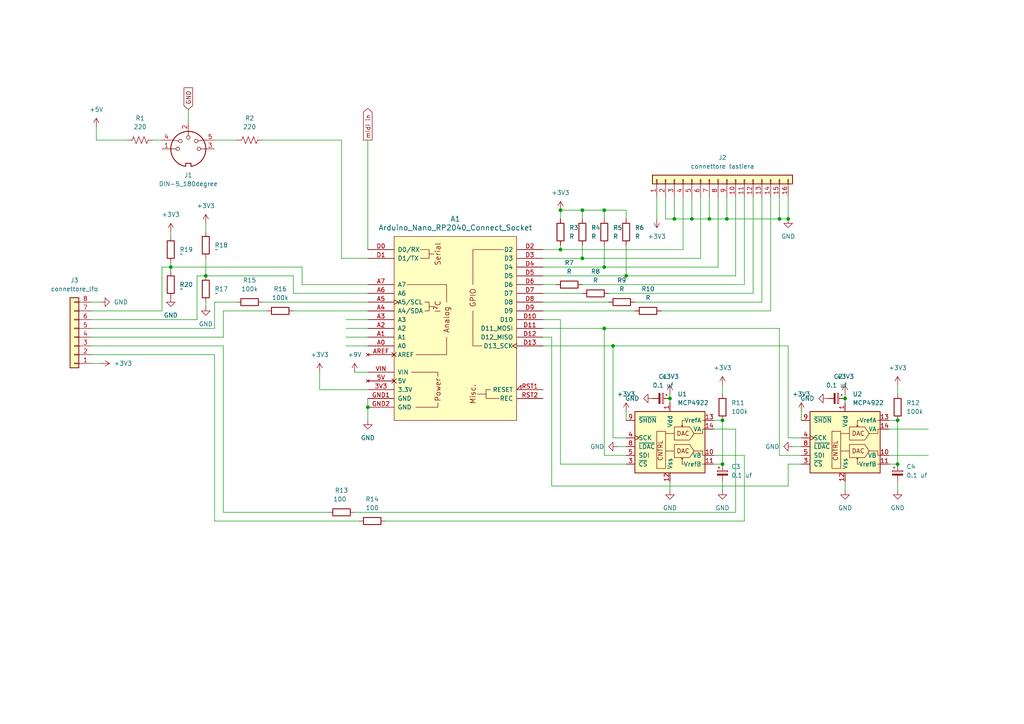
<source format=kicad_sch>
(kicad_sch (version 20230121) (generator eeschema)
  (paper "A4")
  (lib_symbols
    (symbol "Analog_DAC:MCP4922" (pin_names (offset 1.016))
      (property "Reference" "U" (at -1.905 10.795 0))
      (property "Value" "MCP4922" (at -1.905 8.89 0))
      (symbol "MCP4922_0_0"
        (polyline (pts (xy 3.556 -5.842) (xy 3.302 -6.096)))
        (polyline (pts (xy 3.556 -5.842) (xy 3.81 -6.096)))
        (polyline (pts (xy 3.556 3.302) (xy 3.302 3.556)))
        (polyline (pts (xy 3.556 3.302) (xy 3.81 3.556)))
        (polyline (pts (xy 10.16 -7.62) (xy 9.398 -7.62)))
        (polyline (pts (xy 10.16 5.08) (xy 9.398 5.08)))
        (polyline (pts (xy 4.064 -7.62) (xy 3.556 -7.62) (xy 3.556 -5.842)))
        (polyline (pts (xy 4.318 5.08) (xy 3.556 5.08) (xy 3.556 3.302)))
        (polyline (pts (xy 6.985 -3.81) (xy 9.525 -3.81) (xy 9.525 -5.08) (xy 10.16 -5.08)))
        (polyline (pts (xy 6.985 1.27) (xy 9.525 1.27) (xy 9.525 2.54) (xy 10.16 2.54)))
        (text "CNTRL" (at -2.032 -6.731 900) (effects (font (size 1.27 1.27)) (justify left bottom)))
        (text "DAC" (at 3.81 -3.81 0) (effects (font (size 1.27 1.27))))
        (text "DAC" (at 3.81 1.27 0) (effects (font (size 1.27 1.27))))
      )
      (symbol "MCP4922_0_1"
        (rectangle (start -10.16 7.62) (end 10.16 -10.16) (stroke (width 0.254)) (fill (type background)))
        (rectangle (start -1.27 -8.89) (end -3.81 1.905))
        (polyline (pts (xy 1.27 -3.81) (xy -1.27 -3.81)))
        (polyline (pts (xy 1.27 1.27) (xy -1.27 1.27)))
        (polyline (pts (xy 6.985 -3.81) (xy 5.715 -1.905) (xy 1.27 -1.905) (xy 1.27 -5.715) (xy 5.715 -5.715) (xy 6.985 -3.81)))
        (polyline (pts (xy 6.985 1.27) (xy 5.715 3.175) (xy 1.27 3.175) (xy 1.27 -0.635) (xy 5.715 -0.635) (xy 6.985 1.27)))
      )
      (symbol "MCP4922_1_1"
        (pin power_in line (at 0 10.16 270) (length 2.54) (name "Vdd") (number "1"))
        (pin output line (at 12.7 -5.08 180) (length 2.54) (name "VB") (number "10"))
        (pin input line (at 12.7 -7.62 180) (length 2.54) (name "VrefB") (number "11"))
        (pin power_in line (at 0 -12.7 90) (length 2.54) (name "Vss") (number "12"))
        (pin input line (at 12.7 5.08 180) (length 2.54) (name "VrefA") (number "13"))
        (pin output line (at 12.7 2.54 180) (length 2.54) (name "VA") (number "14"))
        (pin no_connect line (at -7.62 -10.16 90) (length 2.54) hide (name "NC") (number "2"))
        (pin input line (at -12.7 -7.62 0) (length 2.54) (name "~{CS}") (number "3"))
        (pin input clock (at -12.7 0 0) (length 2.54) (name "SCK") (number "4"))
        (pin input line (at -12.7 -5.08 0) (length 2.54) (name "SDI") (number "5"))
        (pin no_connect line (at -5.08 -10.16 90) (length 2.54) hide (name "NC") (number "6"))
        (pin no_connect line (at -2.54 -10.16 90) (length 2.54) hide (name "NC") (number "7"))
        (pin input line (at -12.7 -2.54 0) (length 2.54) (name "~{LDAC}") (number "8"))
        (pin output line (at -12.7 5.08 0) (length 2.54) (name "~{SHDN}") (number "9"))
      )
    )
    (symbol "Connector:DIN-5_180degree" (pin_names (offset 1.016))
      (property "Reference" "J" (at 3.175 5.715 0))
      (property "Value" "DIN-5_180degree" (at 0 -6.35 0))
      (symbol "DIN-5_180degree_0_1"
        (arc (start -5.08 0) (mid -3.8609 -3.3364) (end -0.762 -5.08) (stroke (width 0.254)))
        (circle (center -3.048 0) (radius 0.508))
        (circle (center -2.286 2.286) (radius 0.508))
        (polyline (pts (xy -5.08 0) (xy -3.556 0)))
        (polyline (pts (xy 0 5.08) (xy 0 3.81)))
        (polyline (pts (xy 5.08 0) (xy 3.556 0)))
        (polyline (pts (xy -5.08 2.54) (xy -4.318 2.54) (xy -2.794 2.286)))
        (polyline (pts (xy 5.08 2.54) (xy 4.318 2.54) (xy 2.794 2.286)))
        (polyline (pts (xy -0.762 -4.953) (xy -0.762 -4.191) (xy 0.762 -4.191) (xy 0.762 -4.953)) (stroke (width 0.254)))
        (circle (center 0 3.302) (radius 0.508))
        (arc (start 0.762 -5.08) (mid 3.8685 -3.343) (end 5.08 0) (stroke (width 0.254)))
        (circle (center 2.286 2.286) (radius 0.508))
        (circle (center 3.048 0) (radius 0.508))
        (arc (start 5.08 0) (mid 0 5.0579) (end -5.08 0) (stroke (width 0.254)))
      )
      (symbol "DIN-5_180degree_1_1"
        (pin passive line (at -7.62 0 0) (length 2.54) (name "~") (number "1"))
        (pin passive line (at 0 7.62 270) (length 2.54) (name "~") (number "2"))
        (pin passive line (at 7.62 0 180) (length 2.54) (name "~") (number "3"))
        (pin passive line (at -7.62 2.54 0) (length 2.54) (name "~") (number "4"))
        (pin passive line (at 7.62 2.54 180) (length 2.54) (name "~") (number "5"))
      )
    )
    (symbol "Connector_Generic:Conn_01x08" (pin_names (offset 1.016) hide)
      (property "Reference" "J" (at 0 10.16 0))
      (property "Value" "Conn_01x08" (at 0 -12.7 0))
      (symbol "Conn_01x08_1_1"
        (rectangle (start -1.27 -10.033) (end 0 -10.287) (stroke (width 0.1524)))
        (rectangle (start -1.27 -7.493) (end 0 -7.747) (stroke (width 0.1524)))
        (rectangle (start -1.27 -4.953) (end 0 -5.207) (stroke (width 0.1524)))
        (rectangle (start -1.27 -2.413) (end 0 -2.667) (stroke (width 0.1524)))
        (rectangle (start -1.27 0.127) (end 0 -0.127) (stroke (width 0.1524)))
        (rectangle (start -1.27 2.667) (end 0 2.413) (stroke (width 0.1524)))
        (rectangle (start -1.27 5.207) (end 0 4.953) (stroke (width 0.1524)))
        (rectangle (start -1.27 7.747) (end 0 7.493) (stroke (width 0.1524)))
        (rectangle (start -1.27 8.89) (end 1.27 -11.43) (stroke (width 0.254)) (fill (type background)))
        (pin passive line (at -5.08 7.62 0) (length 3.81) (name "Pin_1") (number "1"))
        (pin passive line (at -5.08 5.08 0) (length 3.81) (name "Pin_2") (number "2"))
        (pin passive line (at -5.08 2.54 0) (length 3.81) (name "Pin_3") (number "3"))
        (pin passive line (at -5.08 0 0) (length 3.81) (name "Pin_4") (number "4"))
        (pin passive line (at -5.08 -2.54 0) (length 3.81) (name "Pin_5") (number "5"))
        (pin passive line (at -5.08 -5.08 0) (length 3.81) (name "Pin_6") (number "6"))
        (pin passive line (at -5.08 -7.62 0) (length 3.81) (name "Pin_7") (number "7"))
        (pin passive line (at -5.08 -10.16 0) (length 3.81) (name "Pin_8") (number "8"))
      )
    )
    (symbol "Connector_Generic:Conn_01x16" (pin_names (offset 1.016) hide)
      (property "Reference" "J" (at 0 20.32 0))
      (property "Value" "Conn_01x16" (at 0 -22.86 0))
      (symbol "Conn_01x16_1_1"
        (rectangle (start -1.27 -20.193) (end 0 -20.447) (stroke (width 0.1524)))
        (rectangle (start -1.27 -17.653) (end 0 -17.907) (stroke (width 0.1524)))
        (rectangle (start -1.27 -15.113) (end 0 -15.367) (stroke (width 0.1524)))
        (rectangle (start -1.27 -12.573) (end 0 -12.827) (stroke (width 0.1524)))
        (rectangle (start -1.27 -10.033) (end 0 -10.287) (stroke (width 0.1524)))
        (rectangle (start -1.27 -7.493) (end 0 -7.747) (stroke (width 0.1524)))
        (rectangle (start -1.27 -4.953) (end 0 -5.207) (stroke (width 0.1524)))
        (rectangle (start -1.27 -2.413) (end 0 -2.667) (stroke (width 0.1524)))
        (rectangle (start -1.27 0.127) (end 0 -0.127) (stroke (width 0.1524)))
        (rectangle (start -1.27 2.667) (end 0 2.413) (stroke (width 0.1524)))
        (rectangle (start -1.27 5.207) (end 0 4.953) (stroke (width 0.1524)))
        (rectangle (start -1.27 7.747) (end 0 7.493) (stroke (width 0.1524)))
        (rectangle (start -1.27 10.287) (end 0 10.033) (stroke (width 0.1524)))
        (rectangle (start -1.27 12.827) (end 0 12.573) (stroke (width 0.1524)))
        (rectangle (start -1.27 15.367) (end 0 15.113) (stroke (width 0.1524)))
        (rectangle (start -1.27 17.907) (end 0 17.653) (stroke (width 0.1524)))
        (rectangle (start -1.27 19.05) (end 1.27 -21.59) (stroke (width 0.254)) (fill (type background)))
        (pin passive line (at -5.08 17.78 0) (length 3.81) (name "Pin_1") (number "1"))
        (pin passive line (at -5.08 -5.08 0) (length 3.81) (name "Pin_10") (number "10"))
        (pin passive line (at -5.08 -7.62 0) (length 3.81) (name "Pin_11") (number "11"))
        (pin passive line (at -5.08 -10.16 0) (length 3.81) (name "Pin_12") (number "12"))
        (pin passive line (at -5.08 -12.7 0) (length 3.81) (name "Pin_13") (number "13"))
        (pin passive line (at -5.08 -15.24 0) (length 3.81) (name "Pin_14") (number "14"))
        (pin passive line (at -5.08 -17.78 0) (length 3.81) (name "Pin_15") (number "15"))
        (pin passive line (at -5.08 -20.32 0) (length 3.81) (name "Pin_16") (number "16"))
        (pin passive line (at -5.08 15.24 0) (length 3.81) (name "Pin_2") (number "2"))
        (pin passive line (at -5.08 12.7 0) (length 3.81) (name "Pin_3") (number "3"))
        (pin passive line (at -5.08 10.16 0) (length 3.81) (name "Pin_4") (number "4"))
        (pin passive line (at -5.08 7.62 0) (length 3.81) (name "Pin_5") (number "5"))
        (pin passive line (at -5.08 5.08 0) (length 3.81) (name "Pin_6") (number "6"))
        (pin passive line (at -5.08 2.54 0) (length 3.81) (name "Pin_7") (number "7"))
        (pin passive line (at -5.08 0 0) (length 3.81) (name "Pin_8") (number "8"))
        (pin passive line (at -5.08 -2.54 0) (length 3.81) (name "Pin_9") (number "9"))
      )
    )
    (symbol "Device:C_Polarized_Small" (pin_numbers hide) (pin_names (offset 0.254) hide)
      (property "Reference" "C" (at 0.254 1.778 0))
      (property "Value" "C_Polarized_Small" (at 0.254 -2.032 0))
      (symbol "C_Polarized_Small_0_1"
        (rectangle (start -1.524 -0.3048) (end 1.524 -0.6858) (fill (type outline)))
        (rectangle (start -1.524 0.6858) (end 1.524 0.3048))
        (polyline (pts (xy -1.27 1.524) (xy -0.762 1.524)))
        (polyline (pts (xy -1.016 1.27) (xy -1.016 1.778)))
      )
      (symbol "C_Polarized_Small_1_1"
        (pin passive line (at 0 2.54 270) (length 1.8542) (name "~") (number "1"))
        (pin passive line (at 0 -2.54 90) (length 1.8542) (name "~") (number "2"))
      )
    )
    (symbol "Device:R" (pin_numbers hide) (pin_names (offset 0))
      (property "Reference" "R" (at 2.032 0 90))
      (property "Value" "R" (at 0 0 90))
      (symbol "R_0_1"
        (rectangle (start -1.016 -2.54) (end 1.016 2.54) (stroke (width 0.254)))
      )
      (symbol "R_1_1"
        (pin passive line (at 0 3.81 270) (length 1.27) (name "~") (number "1"))
        (pin passive line (at 0 -3.81 90) (length 1.27) (name "~") (number "2"))
      )
    )
    (symbol "Device:R_US" (pin_numbers hide) (pin_names (offset 0))
      (property "Reference" "R" (at 2.54 0 90))
      (property "Value" "R_US" (at -2.54 0 90))
      (symbol "R_US_0_1"
        (polyline (pts (xy 0 -2.286) (xy 0 -2.54)))
        (polyline (pts (xy 0 2.286) (xy 0 2.54)))
        (polyline (pts (xy 0 -0.762) (xy 1.016 -1.143) (xy 0 -1.524) (xy -1.016 -1.905) (xy 0 -2.286)))
        (polyline (pts (xy 0 0.762) (xy 1.016 0.381) (xy 0 0) (xy -1.016 -0.381) (xy 0 -0.762)))
        (polyline (pts (xy 0 2.286) (xy 1.016 1.905) (xy 0 1.524) (xy -1.016 1.143) (xy 0 0.762)))
      )
      (symbol "R_US_1_1"
        (pin passive line (at 0 3.81 270) (length 1.27) (name "~") (number "1"))
        (pin passive line (at 0 -3.81 90) (length 1.27) (name "~") (number "2"))
      )
    )
    (symbol "PCM_arduino-library:Arduino_Nano_RP2040_Connect_Socket" (pin_names (offset 1.016))
      (property "Reference" "A" (at 0 33.02 0))
      (property "Value" "Arduino_Nano_RP2040_Connect_Socket" (at 0 29.21 0))
      (symbol "Arduino_Nano_RP2040_Connect_Socket_0_0"
        (rectangle (start -17.78 26.67) (end 17.78 -26.67) (fill (type background)))
        (polyline (pts (xy -7.62 6.35) (xy -6.35 6.35)))
        (polyline (pts (xy -7.62 21.59) (xy -6.35 21.59)))
        (polyline (pts (xy 8.89 -19.05) (xy 6.35 -19.05)))
        (polyline (pts (xy -11.43 -22.86) (xy -5.08 -22.86) (xy -5.08 -21.59)))
        (polyline (pts (xy -5.08 -13.97) (xy -5.08 -12.7) (xy -12.7 -12.7)))
        (polyline (pts (xy -10.16 22.86) (xy -7.62 22.86) (xy -7.62 20.32) (xy -10.16 20.32)))
        (polyline (pts (xy -8.89 7.62) (xy -7.62 7.62) (xy -7.62 5.08) (xy -8.89 5.08)))
        (text "Analog" (at -2.54 2.54 900) (effects (font (size 1.524 1.524))))
        (text "I²C" (at -5.08 6.35 900) (effects (font (size 1.524 1.524))))
        (text "Misc." (at 5.08 -19.05 900) (effects (font (size 1.524 1.524))))
        (text "Power" (at -5.08 -17.78 900) (effects (font (size 1.524 1.524))))
        (text "Serial" (at -5.08 21.59 900) (effects (font (size 1.524 1.524))))
      )
      (symbol "Arduino_Nano_RP2040_Connect_Socket_0_1"
        (polyline (pts (xy -13.97 12.7) (xy -2.54 12.7) (xy -2.54 7.62)))
        (polyline (pts (xy -11.43 -7.62) (xy -2.54 -7.62) (xy -2.54 -2.54)))
        (polyline (pts (xy 7.62 -5.08) (xy 5.08 -5.08) (xy 5.08 5.08)))
        (polyline (pts (xy 13.97 22.86) (xy 5.08 22.86) (xy 5.08 12.7)))
        (polyline (pts (xy 10.16 -17.78) (xy 8.89 -17.78) (xy 8.89 -20.32) (xy 12.7 -20.32)))
      )
      (symbol "Arduino_Nano_RP2040_Connect_Socket_1_0"
        (text "GPIO" (at 5.08 8.89 900) (effects (font (size 1.524 1.524))))
      )
      (symbol "Arduino_Nano_RP2040_Connect_Socket_1_1"
        (pin power_in line (at -25.4 -17.78 0) (length 7.62) (name "3.3V") (number "3V3"))
        (pin no_connect non_logic (at -25.4 -15.24 0) (length 7.62) (name "5V") (number "5V"))
        (pin bidirectional line (at -25.4 -5.08 0) (length 7.62) (name "A0") (number "A0"))
        (pin bidirectional line (at -25.4 -2.54 0) (length 7.62) (name "A1") (number "A1"))
        (pin bidirectional line (at -25.4 0 0) (length 7.62) (name "A2") (number "A2"))
        (pin bidirectional line (at -25.4 2.54 0) (length 7.62) (name "A3") (number "A3"))
        (pin bidirectional line (at -25.4 5.08 0) (length 7.62) (name "A4/SDA") (number "A4"))
        (pin bidirectional clock (at -25.4 7.62 0) (length 7.62) (name "A5/SCL") (number "A5"))
        (pin input line (at -25.4 10.16 0) (length 7.62) (name "A6") (number "A6"))
        (pin input line (at -25.4 12.7 0) (length 7.62) (name "A7") (number "A7"))
        (pin no_connect non_logic (at -25.4 -7.62 0) (length 7.62) (name "AREF") (number "AREF"))
        (pin bidirectional line (at -25.4 22.86 0) (length 7.62) (name "D0/RX") (number "D0"))
        (pin bidirectional line (at -25.4 20.32 0) (length 7.62) (name "D1/TX") (number "D1"))
        (pin bidirectional line (at 25.4 2.54 180) (length 7.62) (name "D10") (number "D10"))
        (pin bidirectional line (at 25.4 0 180) (length 7.62) (name "D11_MOSI") (number "D11"))
        (pin bidirectional line (at 25.4 -2.54 180) (length 7.62) (name "D12_MISO") (number "D12"))
        (pin bidirectional clock (at 25.4 -5.08 180) (length 7.62) (name "D13_SCK") (number "D13"))
        (pin bidirectional line (at 25.4 22.86 180) (length 7.62) (name "D2") (number "D2"))
        (pin bidirectional line (at 25.4 20.32 180) (length 7.62) (name "D3") (number "D3"))
        (pin bidirectional line (at 25.4 17.78 180) (length 7.62) (name "D4") (number "D4"))
        (pin bidirectional line (at 25.4 15.24 180) (length 7.62) (name "D5") (number "D5"))
        (pin bidirectional line (at 25.4 12.7 180) (length 7.62) (name "D6") (number "D6"))
        (pin bidirectional line (at 25.4 10.16 180) (length 7.62) (name "D7") (number "D7"))
        (pin bidirectional line (at 25.4 7.62 180) (length 7.62) (name "D8") (number "D8"))
        (pin bidirectional line (at 25.4 5.08 180) (length 7.62) (name "D9") (number "D9"))
        (pin power_in line (at -25.4 -20.32 0) (length 7.62) (name "GND") (number "GND1"))
        (pin power_in line (at -25.4 -22.86 0) (length 7.62) (name "GND") (number "GND2"))
        (pin open_collector input_low (at 25.4 -17.78 180) (length 7.62) (name "RESET") (number "RST1"))
        (pin bidirectional line (at 25.4 -20.32 180) (length 7.62) (name "REC") (number "RST2"))
        (pin power_in line (at -25.4 -12.7 0) (length 7.62) (name "VIN") (number "VIN"))
      )
    )
    (symbol "power:+3V3" (power) (pin_names (offset 0))
      (property "Value" "+3V3" (at 0 3.556 0))
      (symbol "+3V3_0_1"
        (polyline (pts (xy -0.762 1.27) (xy 0 2.54)))
        (polyline (pts (xy 0 0) (xy 0 2.54)))
        (polyline (pts (xy 0 2.54) (xy 0.762 1.27)))
      )
      (symbol "+3V3_1_1"
        (pin power_in line (at 0 0 90) (length 0) hide (name "+3V3") (number "1"))
      )
    )
    (symbol "power:+5V" (power) (pin_names (offset 0))
      (property "Value" "+5V" (at 0 3.556 0))
      (symbol "+5V_0_1"
        (polyline (pts (xy -0.762 1.27) (xy 0 2.54)))
        (polyline (pts (xy 0 0) (xy 0 2.54)))
        (polyline (pts (xy 0 2.54) (xy 0.762 1.27)))
      )
      (symbol "+5V_1_1"
        (pin power_in line (at 0 0 90) (length 0) hide (name "+5V") (number "1"))
      )
    )
    (symbol "power:+9V" (power) (pin_names (offset 0))
      (property "Value" "+9V" (at 0 3.556 0))
      (symbol "+9V_0_1"
        (polyline (pts (xy -0.762 1.27) (xy 0 2.54)))
        (polyline (pts (xy 0 0) (xy 0 2.54)))
        (polyline (pts (xy 0 2.54) (xy 0.762 1.27)))
      )
      (symbol "+9V_1_1"
        (pin power_in line (at 0 0 90) (length 0) hide (name "+9V") (number "1"))
      )
    )
    (symbol "power:GND" (power) (pin_names (offset 0))
      (property "Value" "GND" (at 0 -3.81 0))
      (symbol "GND_0_1"
        (polyline (pts (xy 0 0) (xy 0 -1.27) (xy 1.27 -1.27) (xy 0 -2.54) (xy -1.27 -1.27) (xy 0 -1.27)))
      )
      (symbol "GND_1_1"
        (pin power_in line (at 0 0 270) (length 0) hide (name "GND") (number "1"))
      )
    )
  )
  (junction (at 168.91 60.96))
  (junction (at 181.61 80.01))
  (junction (at 106.68 118.11))
  (junction (at 245.11 115.57))
  (junction (at 177.8 100.33))
  (junction (at 209.55 121.92))
  (junction (at 49.53 77.47))
  (junction (at 175.26 77.47))
  (junction (at 260.35 134.62))
  (junction (at 175.26 60.96))
  (junction (at 209.55 134.62))
  (junction (at 194.31 115.57))
  (junction (at 175.26 95.25))
  (junction (at 228.6 63.5))
  (junction (at 226.06 63.5))
  (junction (at 205.74 63.5))
  (junction (at 260.35 121.92))
  (junction (at 210.82 63.5))
  (junction (at 200.66 63.5))
  (junction (at 59.69 80.01))
  (junction (at 162.56 72.39))
  (junction (at 195.58 63.5))
  (junction (at 162.56 60.96))
  (junction (at 168.91 74.93))
  (wire (pts (xy 99.06 74.93) (xy 106.68 74.93)))
  (wire (pts (xy 76.2 40.64) (xy 99.06 40.64)))
  (wire (pts (xy 100.33 100.33) (xy 106.68 100.33)))
  (wire (pts (xy 245.11 139.7) (xy 245.11 142.24)))
  (wire (pts (xy 162.56 60.96) (xy 168.91 60.96)))
  (wire (pts (xy 207.01 132.08) (xy 215.9 132.08)))
  (wire (pts (xy 62.23 102.87) (xy 62.23 151.13)))
  (wire (pts (xy 162.56 71.12) (xy 162.56 72.39)))
  (wire (pts (xy 207.01 134.62) (xy 209.55 134.62)))
  (wire (pts (xy 181.61 71.12) (xy 181.61 80.01)))
  (wire (pts (xy 229.87 129.54) (xy 232.41 129.54)))
  (wire (pts (xy 162.56 60.96) (xy 162.56 63.5)))
  (wire (pts (xy 175.26 132.08) (xy 175.26 95.25)))
  (wire (pts (xy 49.53 76.2) (xy 49.53 77.47)))
  (wire (pts (xy 181.61 127) (xy 177.8 127)))
  (wire (pts (xy 228.6 134.62) (xy 228.6 140.97)))
  (wire (pts (xy 57.15 92.71) (xy 57.15 80.01)))
  (wire (pts (xy 102.87 148.59) (xy 213.36 148.59)))
  (wire (pts (xy 177.8 100.33) (xy 228.6 100.33)))
  (wire (pts (xy 215.9 151.13) (xy 111.76 151.13)))
  (wire (pts (xy 76.2 87.63) (xy 106.68 87.63)))
  (wire (pts (xy 157.48 95.25) (xy 175.26 95.25)))
  (wire (pts (xy 106.68 72.39) (xy 106.68 40.64)))
  (wire (pts (xy 228.6 140.97) (xy 160.02 140.97)))
  (wire (pts (xy 226.06 63.5) (xy 226.06 57.15)))
  (wire (pts (xy 85.09 90.17) (xy 106.68 90.17)))
  (wire (pts (xy 157.48 77.47) (xy 175.26 77.47)))
  (wire (pts (xy 179.07 129.54) (xy 181.61 129.54)))
  (wire (pts (xy 181.61 132.08) (xy 175.26 132.08)))
  (wire (pts (xy 195.58 63.5) (xy 200.66 63.5)))
  (wire (pts (xy 26.67 95.25) (xy 62.23 95.25)))
  (wire (pts (xy 228.6 100.33) (xy 228.6 127)))
  (wire (pts (xy 168.91 74.93) (xy 203.2 74.93)))
  (wire (pts (xy 245.11 114.3) (xy 245.11 115.57)))
  (wire (pts (xy 162.56 72.39) (xy 198.12 72.39)))
  (wire (pts (xy 59.69 80.01) (xy 85.09 80.01)))
  (wire (pts (xy 228.6 127) (xy 232.41 127)))
  (wire (pts (xy 54.61 31.75) (xy 54.61 35.56)))
  (wire (pts (xy 210.82 63.5) (xy 226.06 63.5)))
  (wire (pts (xy 257.81 121.92) (xy 260.35 121.92)))
  (wire (pts (xy 100.33 95.25) (xy 106.68 95.25)))
  (wire (pts (xy 193.04 57.15) (xy 193.04 63.5)))
  (wire (pts (xy 85.09 80.01) (xy 85.09 85.09)))
  (wire (pts (xy 157.48 82.55) (xy 161.29 82.55)))
  (wire (pts (xy 168.91 60.96) (xy 168.91 63.5)))
  (wire (pts (xy 26.67 87.63) (xy 29.21 87.63)))
  (wire (pts (xy 232.41 119.38) (xy 232.41 121.92)))
  (wire (pts (xy 195.58 63.5) (xy 195.58 57.15)))
  (wire (pts (xy 157.48 80.01) (xy 181.61 80.01)))
  (wire (pts (xy 228.6 63.5) (xy 226.06 63.5)))
  (wire (pts (xy 64.77 148.59) (xy 95.25 148.59)))
  (wire (pts (xy 223.52 90.17) (xy 223.52 57.15)))
  (wire (pts (xy 59.69 64.77) (xy 59.69 67.31)))
  (wire (pts (xy 85.09 85.09) (xy 106.68 85.09)))
  (wire (pts (xy 59.69 87.63) (xy 59.69 88.9)))
  (wire (pts (xy 106.68 92.71) (xy 100.33 92.71)))
  (wire (pts (xy 92.71 113.03) (xy 92.71 107.95)))
  (wire (pts (xy 194.31 115.57) (xy 194.31 116.84)))
  (wire (pts (xy 106.68 115.57) (xy 106.68 118.11)))
  (wire (pts (xy 207.01 121.92) (xy 209.55 121.92)))
  (wire (pts (xy 62.23 40.64) (xy 68.58 40.64)))
  (wire (pts (xy 257.81 124.46) (xy 269.24 124.46)))
  (wire (pts (xy 200.66 57.15) (xy 200.66 63.5)))
  (wire (pts (xy 160.02 97.79) (xy 157.48 97.79)))
  (wire (pts (xy 160.02 140.97) (xy 160.02 97.79)))
  (wire (pts (xy 228.6 57.15) (xy 228.6 63.5)))
  (wire (pts (xy 157.48 85.09) (xy 168.91 85.09)))
  (wire (pts (xy 175.26 95.25) (xy 226.06 95.25)))
  (wire (pts (xy 210.82 57.15) (xy 210.82 63.5)))
  (wire (pts (xy 59.69 74.93) (xy 59.69 80.01)))
  (wire (pts (xy 64.77 90.17) (xy 77.47 90.17)))
  (wire (pts (xy 104.14 151.13) (xy 62.23 151.13)))
  (wire (pts (xy 181.61 60.96) (xy 181.61 63.5)))
  (wire (pts (xy 49.53 77.47) (xy 87.63 77.47)))
  (wire (pts (xy 176.53 85.09) (xy 218.44 85.09)))
  (wire (pts (xy 26.67 92.71) (xy 57.15 92.71)))
  (wire (pts (xy 64.77 100.33) (xy 64.77 148.59)))
  (wire (pts (xy 257.81 132.08) (xy 269.24 132.08)))
  (wire (pts (xy 181.61 80.01) (xy 213.36 80.01)))
  (wire (pts (xy 57.15 80.01) (xy 59.69 80.01)))
  (wire (pts (xy 205.74 57.15) (xy 205.74 63.5)))
  (wire (pts (xy 226.06 95.25) (xy 226.06 132.08)))
  (wire (pts (xy 220.98 87.63) (xy 220.98 57.15)))
  (wire (pts (xy 175.26 60.96) (xy 175.26 63.5)))
  (wire (pts (xy 168.91 82.55) (xy 215.9 82.55)))
  (wire (pts (xy 175.26 77.47) (xy 208.28 77.47)))
  (wire (pts (xy 26.67 105.41) (xy 29.21 105.41)))
  (wire (pts (xy 157.48 100.33) (xy 177.8 100.33)))
  (wire (pts (xy 157.48 72.39) (xy 162.56 72.39)))
  (wire (pts (xy 26.67 100.33) (xy 64.77 100.33)))
  (wire (pts (xy 213.36 80.01) (xy 213.36 57.15)))
  (wire (pts (xy 200.66 63.5) (xy 205.74 63.5)))
  (wire (pts (xy 209.55 111.76) (xy 209.55 114.3)))
  (wire (pts (xy 181.61 119.38) (xy 181.61 121.92)))
  (wire (pts (xy 198.12 72.39) (xy 198.12 57.15)))
  (wire (pts (xy 157.48 74.93) (xy 168.91 74.93)))
  (wire (pts (xy 226.06 132.08) (xy 232.41 132.08)))
  (wire (pts (xy 215.9 132.08) (xy 215.9 151.13)))
  (wire (pts (xy 157.48 90.17) (xy 184.15 90.17)))
  (wire (pts (xy 207.01 124.46) (xy 213.36 124.46)))
  (wire (pts (xy 260.35 111.76) (xy 260.35 114.3)))
  (wire (pts (xy 87.63 82.55) (xy 106.68 82.55)))
  (wire (pts (xy 26.67 102.87) (xy 62.23 102.87)))
  (wire (pts (xy 27.94 40.64) (xy 36.83 40.64)))
  (wire (pts (xy 64.77 97.79) (xy 64.77 90.17)))
  (wire (pts (xy 190.5 57.15) (xy 190.5 63.5)))
  (wire (pts (xy 175.26 60.96) (xy 181.61 60.96)))
  (wire (pts (xy 27.94 36.83) (xy 27.94 40.64)))
  (wire (pts (xy 106.68 107.95) (xy 102.87 107.95)))
  (wire (pts (xy 44.45 40.64) (xy 46.99 40.64)))
  (wire (pts (xy 193.04 63.5) (xy 195.58 63.5)))
  (wire (pts (xy 203.2 74.93) (xy 203.2 57.15)))
  (wire (pts (xy 228.6 134.62) (xy 232.41 134.62)))
  (wire (pts (xy 106.68 97.79) (xy 100.33 97.79)))
  (wire (pts (xy 87.63 77.47) (xy 87.63 82.55)))
  (wire (pts (xy 46.99 77.47) (xy 49.53 77.47)))
  (wire (pts (xy 213.36 124.46) (xy 213.36 148.59)))
  (wire (pts (xy 49.53 78.74) (xy 49.53 77.47)))
  (wire (pts (xy 257.81 134.62) (xy 260.35 134.62)))
  (wire (pts (xy 99.06 40.64) (xy 99.06 74.93)))
  (wire (pts (xy 205.74 63.5) (xy 210.82 63.5)))
  (wire (pts (xy 62.23 95.25) (xy 62.23 87.63)))
  (wire (pts (xy 209.55 121.92) (xy 209.55 134.62)))
  (wire (pts (xy 106.68 118.11) (xy 106.68 121.92)))
  (wire (pts (xy 208.28 77.47) (xy 208.28 57.15)))
  (wire (pts (xy 49.53 67.31) (xy 49.53 68.58)))
  (wire (pts (xy 26.67 90.17) (xy 46.99 90.17)))
  (wire (pts (xy 92.71 113.03) (xy 106.68 113.03)))
  (wire (pts (xy 184.15 87.63) (xy 220.98 87.63)))
  (wire (pts (xy 168.91 60.96) (xy 175.26 60.96)))
  (wire (pts (xy 194.31 139.7) (xy 194.31 142.24)))
  (wire (pts (xy 260.35 139.7) (xy 260.35 142.24)))
  (wire (pts (xy 215.9 82.55) (xy 215.9 57.15)))
  (wire (pts (xy 162.56 134.62) (xy 181.61 134.62)))
  (wire (pts (xy 177.8 127) (xy 177.8 100.33)))
  (wire (pts (xy 162.56 92.71) (xy 162.56 134.62)))
  (wire (pts (xy 168.91 71.12) (xy 168.91 74.93)))
  (wire (pts (xy 62.23 87.63) (xy 68.58 87.63)))
  (wire (pts (xy 191.77 90.17) (xy 223.52 90.17)))
  (wire (pts (xy 175.26 71.12) (xy 175.26 77.47)))
  (wire (pts (xy 157.48 87.63) (xy 176.53 87.63)))
  (wire (pts (xy 218.44 85.09) (xy 218.44 57.15)))
  (wire (pts (xy 194.31 114.3) (xy 194.31 115.57)))
  (wire (pts (xy 209.55 139.7) (xy 209.55 142.24)))
  (wire (pts (xy 26.67 97.79) (xy 64.77 97.79)))
  (wire (pts (xy 245.11 115.57) (xy 245.11 116.84)))
  (wire (pts (xy 260.35 134.62) (xy 260.35 121.92)))
  (wire (pts (xy 46.99 90.17) (xy 46.99 77.47)))
  (wire (pts (xy 157.48 92.71) (xy 162.56 92.71)))
  (global_label "midi in" (shape output) (at 106.68 40.64 90) (property "Intersheetrefs" "${INTERSHEET_REFS}" (effects hide)))
  (global_label "GND" (shape input) (at 54.61 31.75 90) (property "Intersheetrefs" "${INTERSHEET_REFS}" (effects hide)))
  (symbol (lib_id "Device:R") (at 175.26 67.31 0) (unit 1)
    (property "Reference" "R5" (at 177.8 66.04 0) (effects (justify left)))
    (property "Value" "R" (at 177.8 68.58 0) (effects (justify left)))
  )
  (symbol (lib_id "Device:R_US") (at 72.39 40.64 90) (unit 1)
    (property "Reference" "R2" (at 72.39 34.29 90))
    (property "Value" "220" (at 72.39 36.83 90))
  )
  (symbol (lib_id "power:+3V3") (at 260.35 111.76 0) (unit 1)
    (property "Reference" "#PWR023" (effects hide))
    (property "Value" "+3V3" (at 260.35 106.68 0))
  )
  (symbol (lib_id "power:+3V3") (at 232.41 119.38 0) (unit 1)
    (property "Reference" "#PWR013" (effects hide))
    (property "Value" "+3V3" (at 232.41 114.3 0))
  )
  (symbol (lib_id "power:GND") (at 245.11 142.24 0) (unit 1)
    (property "Reference" "#PWR017" (effects hide))
    (property "Value" "GND" (at 245.11 147.32 0))
  )
  (symbol (lib_id "Analog_DAC:MCP4922") (at 194.31 127 0) (unit 1)
    (property "Reference" "U1" (at 196.5041 114.3 0) (effects (justify left)))
    (property "Value" "MCP4922" (at 196.5041 116.84 0) (effects (justify left)))
    (property "Datasheet" "http://ww1.microchip.com/downloads/en/DeviceDoc/22250A.pdf" (effects hide))
  )
  (symbol (lib_id "power:GND") (at 189.23 115.57 270) (unit 1)
    (property "Reference" "#PWR018" (effects hide))
    (property "Value" "GND" (at 185.42 115.57 90) (effects (justify right)))
  )
  (symbol (lib_id "power:+3V3") (at 49.53 67.31 0) (unit 1)
    (property "Reference" "#PWR026" (effects hide))
    (property "Value" "+3V3" (at 49.53 62.23 0))
  )
  (symbol (lib_id "power:+3V3") (at 29.21 105.41 270) (unit 1)
    (property "Reference" "#PWR09" (effects hide))
    (property "Value" "+3V3" (at 33.02 105.41 90) (effects (justify left)))
  )
  (symbol (lib_id "power:+3V3") (at 59.69 64.77 0) (unit 1)
    (property "Reference" "#PWR025" (effects hide))
    (property "Value" "+3V3" (at 59.69 59.69 0))
  )
  (symbol (lib_id "Device:R") (at 81.28 90.17 90) (unit 1)
    (property "Reference" "R16" (at 81.28 83.82 90))
    (property "Value" "100k" (at 81.28 86.36 90))
  )
  (symbol (lib_id "Device:R") (at 165.1 82.55 90) (unit 1)
    (property "Reference" "R7" (at 165.1 76.2 90))
    (property "Value" "R" (at 165.1 78.74 90))
  )
  (symbol (lib_id "power:GND") (at 209.55 142.24 0) (unit 1)
    (property "Reference" "#PWR020" (effects hide))
    (property "Value" "GND" (at 209.55 147.32 0))
  )
  (symbol (lib_id "power:+9V") (at 102.87 107.95 0) (unit 1)
    (property "Reference" "#PWR02" (effects hide))
    (property "Value" "+9V" (at 102.87 102.87 0))
  )
  (symbol (lib_id "power:GND") (at 179.07 129.54 270) (unit 1)
    (property "Reference" "#PWR014" (effects hide))
    (property "Value" "GND" (at 175.26 129.54 90) (effects (justify right)))
  )
  (symbol (lib_id "Device:R") (at 180.34 87.63 90) (unit 1)
    (property "Reference" "R9" (at 180.34 81.28 90))
    (property "Value" "R" (at 180.34 83.82 90))
  )
  (symbol (lib_id "power:GND") (at 49.53 86.36 0) (unit 1)
    (property "Reference" "#PWR027" (effects hide))
    (property "Value" "GND" (at 49.53 91.44 0))
  )
  (symbol (lib_id "power:+3V3") (at 190.5 63.5 180) (unit 1)
    (property "Reference" "#PWR07" (effects hide))
    (property "Value" "+3V3" (at 190.5 68.58 0))
  )
  (symbol (lib_id "power:GND") (at 260.35 142.24 0) (unit 1)
    (property "Reference" "#PWR021" (effects hide))
    (property "Value" "GND" (at 260.35 147.32 0))
  )
  (symbol (lib_id "power:+3V3") (at 194.31 114.3 0) (unit 1)
    (property "Reference" "#PWR03" (effects hide))
    (property "Value" "+3V3" (at 194.31 109.22 0))
  )
  (symbol (lib_id "Device:R") (at 172.72 85.09 90) (unit 1)
    (property "Reference" "R8" (at 172.72 78.74 90))
    (property "Value" "R" (at 172.72 81.28 90))
  )
  (symbol (lib_id "Device:R") (at 107.95 151.13 90) (unit 1)
    (property "Reference" "R14" (at 107.95 144.78 90))
    (property "Value" "100" (at 107.95 147.32 90))
  )
  (symbol (lib_id "power:+3V3") (at 181.61 119.38 0) (unit 1)
    (property "Reference" "#PWR012" (effects hide))
    (property "Value" "+3V3" (at 181.61 114.3 0))
  )
  (symbol (lib_id "Device:R_US") (at 40.64 40.64 90) (unit 1)
    (property "Reference" "R1" (at 40.64 34.29 90))
    (property "Value" "220" (at 40.64 36.83 90))
  )
  (symbol (lib_id "power:+3V3") (at 245.11 114.3 0) (unit 1)
    (property "Reference" "#PWR011" (effects hide))
    (property "Value" "+3V3" (at 245.11 109.22 0))
  )
  (symbol (lib_id "power:GND") (at 194.31 142.24 0) (unit 1)
    (property "Reference" "#PWR016" (effects hide))
    (property "Value" "GND" (at 194.31 147.32 0))
  )
  (symbol (lib_id "Device:C_Polarized_Small") (at 191.77 115.57 270) (unit 1)
    (property "Reference" "C1" (at 192.3161 109.22 90))
    (property "Value" "0.1 uf" (at 192.3161 111.76 90))
  )
  (symbol (lib_id "Device:R") (at 168.91 67.31 0) (unit 1)
    (property "Reference" "R4" (at 171.45 66.04 0) (effects (justify left)))
    (property "Value" "R" (at 171.45 68.58 0) (effects (justify left)))
  )
  (symbol (lib_id "Device:R") (at 162.56 67.31 0) (unit 1)
    (property "Reference" "R3" (at 165.1 66.04 0) (effects (justify left)))
    (property "Value" "R" (at 165.1 68.58 0) (effects (justify left)))
  )
  (symbol (lib_id "power:GND") (at 59.69 88.9 0) (unit 1)
    (property "Reference" "#PWR024" (effects hide))
    (property "Value" "GND" (at 59.69 93.98 0))
  )
  (symbol (lib_id "Device:C_Polarized_Small") (at 209.55 137.16 0) (unit 1)
    (property "Reference" "C3" (at 212.09 135.3439 0) (effects (justify left)))
    (property "Value" "0.1 uf " (at 212.09 137.8839 0) (effects (justify left)))
  )
  (symbol (lib_id "Device:R") (at 187.96 90.17 90) (unit 1)
    (property "Reference" "R10" (at 187.96 83.82 90))
    (property "Value" "R" (at 187.96 86.36 90))
  )
  (symbol (lib_id "Device:R") (at 181.61 67.31 0) (unit 1)
    (property "Reference" "R6" (at 184.15 66.04 0) (effects (justify left)))
    (property "Value" "R" (at 184.15 68.58 0) (effects (justify left)))
  )
  (symbol (lib_id "power:+3V3") (at 162.56 60.96 0) (unit 1)
    (property "Reference" "#PWR06" (effects hide))
    (property "Value" "+3V3" (at 162.56 55.88 0))
  )
  (symbol (lib_id "power:GND") (at 106.68 121.92 0) (unit 1)
    (property "Reference" "#PWR08" (effects hide))
    (property "Value" "GND" (at 106.68 127 0))
  )
  (symbol (lib_id "power:+5V") (at 27.94 36.83 0) (unit 1)
    (property "Reference" "#PWR05" (effects hide))
    (property "Value" "+5V" (at 27.94 31.75 0))
  )
  (symbol (lib_id "Device:R") (at 49.53 72.39 180) (unit 1)
    (property "Reference" "R19" (at 52.07 72.39 0) (effects (justify right)))
    (property "Value" "~" (at 52.07 73.66 0) (effects (justify right)))
  )
  (symbol (lib_id "power:+3V3") (at 209.55 111.76 0) (unit 1)
    (property "Reference" "#PWR022" (effects hide))
    (property "Value" "+3V3" (at 209.55 106.68 0))
  )
  (symbol (lib_id "Device:R") (at 49.53 82.55 180) (unit 1)
    (property "Reference" "R20" (at 52.07 82.55 0) (effects (justify right)))
    (property "Value" "~" (at 52.07 83.82 0) (effects (justify right)))
  )
  (symbol (lib_id "Connector:DIN-5_180degree") (at 54.61 43.18 0) (unit 1)
    (property "Reference" "J1" (at 54.6101 50.8 0))
    (property "Value" "DIN-5_180degree" (at 54.6101 53.34 0))
    (property "Datasheet" "http://www.mouser.com/ds/2/18/40_c091_abd_e-75918.pdf" (effects hide))
  )
  (symbol (lib_id "power:GND") (at 240.03 115.57 270) (unit 1)
    (property "Reference" "#PWR019" (effects hide))
    (property "Value" "GND" (at 236.22 115.57 90) (effects (justify right)))
  )
  (symbol (lib_id "Device:R") (at 59.69 71.12 180) (unit 1)
    (property "Reference" "R18" (at 62.23 71.12 0) (effects (justify right)))
    (property "Value" "~" (at 62.23 72.39 0) (effects (justify right)))
  )
  (symbol (lib_id "power:GND") (at 229.87 129.54 270) (unit 1)
    (property "Reference" "#PWR015" (effects hide))
    (property "Value" "GND" (at 226.06 129.54 90) (effects (justify right)))
  )
  (symbol (lib_id "power:+3V3") (at 92.71 107.95 0) (unit 1)
    (property "Reference" "#PWR04" (effects hide))
    (property "Value" "+3V3" (at 92.71 102.87 0))
  )
  (symbol (lib_id "Device:R") (at 260.35 118.11 180) (unit 1)
    (property "Reference" "R12" (at 262.89 116.84 0) (effects (justify right)))
    (property "Value" "100k" (at 262.89 119.38 0) (effects (justify right)))
  )
  (symbol (lib_id "PCM_arduino-library:Arduino_Nano_RP2040_Connect_Socket") (at 132.08 95.25 0) (unit 1)
    (property "Reference" "A1" (at 132.08 63.5 0) (effects (font (size 1.524 1.524))))
    (property "Value" "Arduino_Nano_RP2040_Connect_Socket" (at 132.08 66.04 0) (effects (font (size 1.524 1.524))))
    (property "Footprint" "PCM_arduino-library:Arduino_Nano_Every_Socket" (effects hide))
    (property "Datasheet" "https://docs.arduino.cc/hardware/nano-rp2040-connect" (effects hide))
  )
  (symbol (lib_id "Device:R") (at 59.69 83.82 180) (unit 1)
    (property "Reference" "R17" (at 62.23 83.82 0) (effects (justify right)))
    (property "Value" "~" (at 62.23 85.09 0) (effects (justify right)))
  )
  (symbol (lib_id "power:GND") (at 29.21 87.63 90) (unit 1)
    (property "Reference" "#PWR010" (effects hide))
    (property "Value" "GND" (at 33.02 87.63 90) (effects (justify right)))
  )
  (symbol (lib_id "Device:R") (at 72.39 87.63 90) (unit 1)
    (property "Reference" "R15" (at 72.39 81.28 90))
    (property "Value" "100k" (at 72.39 83.82 90))
  )
  (symbol (lib_id "Connector_Generic:Conn_01x08") (at 21.59 97.79 180) (unit 1)
    (property "Reference" "J3" (at 21.59 81.28 0))
    (property "Value" "connettore_lfo" (at 21.59 83.82 0))
  )
  (symbol (lib_id "Analog_DAC:MCP4922") (at 245.11 127 0) (unit 1)
    (property "Reference" "U2" (at 247.3041 114.3 0) (effects (justify left)))
    (property "Value" "MCP4922" (at 247.3041 116.84 0) (effects (justify left)))
    (property "Datasheet" "http://ww1.microchip.com/downloads/en/DeviceDoc/22250A.pdf" (effects hide))
  )
  (symbol (lib_id "Device:C_Polarized_Small") (at 242.57 115.57 270) (unit 1)
    (property "Reference" "C2" (at 243.1161 109.22 90))
    (property "Value" "0.1 uf " (at 243.1161 111.76 90))
  )
  (symbol (lib_id "Device:R") (at 99.06 148.59 90) (unit 1)
    (property "Reference" "R13" (at 99.06 142.24 90))
    (property "Value" "100 " (at 99.06 144.78 90))
  )
  (symbol (lib_id "Device:R") (at 209.55 118.11 180) (unit 1)
    (property "Reference" "R11" (at 212.09 116.84 0) (effects (justify right)))
    (property "Value" "100k" (at 212.09 119.38 0) (effects (justify right)))
  )
  (symbol (lib_id "power:GND") (at 228.6 63.5 0) (unit 1)
    (property "Reference" "#PWR01" (effects hide))
    (property "Value" "GND" (at 228.6 68.58 0))
  )
  (symbol (lib_id "Device:C_Polarized_Small") (at 260.35 137.16 0) (unit 1)
    (property "Reference" "C4" (at 262.89 135.3439 0) (effects (justify left)))
    (property "Value" "0.1 uf " (at 262.89 137.8839 0) (effects (justify left)))
  )
  (symbol (lib_id "Connector_Generic:Conn_01x16") (at 208.28 52.07 90) (unit 1)
    (property "Reference" "J2" (at 209.55 45.72 90))
    (property "Value" "connettore tastiera" (at 209.55 48.26 90))
  )
)
</source>
